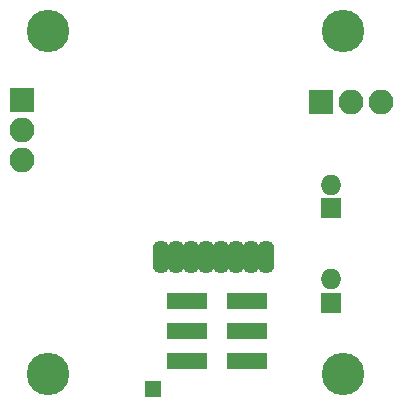
<source format=gbs>
G04 #@! TF.FileFunction,Soldermask,Bot*
%FSLAX46Y46*%
G04 Gerber Fmt 4.6, Leading zero omitted, Abs format (unit mm)*
G04 Created by KiCad (PCBNEW 4.0.4-stable) date Friday, October 13, 2017 'PMt' 10:51:30 PM*
%MOMM*%
%LPD*%
G01*
G04 APERTURE LIST*
%ADD10C,0.100000*%
%ADD11C,3.600000*%
%ADD12R,3.400000X1.400000*%
%ADD13R,1.750000X1.750000*%
%ADD14O,1.750000X1.750000*%
%ADD15R,2.100000X2.100000*%
%ADD16O,2.100000X2.100000*%
%ADD17O,1.400000X2.800000*%
%ADD18R,1.400000X1.400000*%
G04 APERTURE END LIST*
D10*
D11*
X100000000Y-92000000D03*
X100000000Y-63000000D03*
X75000000Y-92000000D03*
D12*
X91820000Y-90940000D03*
X86780000Y-90940000D03*
X91820000Y-88400000D03*
X86780000Y-88400000D03*
X91820000Y-85860000D03*
X86780000Y-85860000D03*
D13*
X99000000Y-86000000D03*
D14*
X99000000Y-84000000D03*
D13*
X99000000Y-78000000D03*
D14*
X99000000Y-76000000D03*
D15*
X98100000Y-69000000D03*
D16*
X100640000Y-69000000D03*
X103180000Y-69000000D03*
D15*
X72800000Y-68800000D03*
D16*
X72800000Y-71340000D03*
X72800000Y-73880000D03*
D17*
X88365000Y-82100000D03*
X89635000Y-82100000D03*
X87095000Y-82100000D03*
X90905000Y-82100000D03*
X92175000Y-82100000D03*
X85825000Y-82100000D03*
X93445000Y-82100000D03*
X84555000Y-82100000D03*
D18*
X83900000Y-93300000D03*
D11*
X75000000Y-63000000D03*
M02*

</source>
